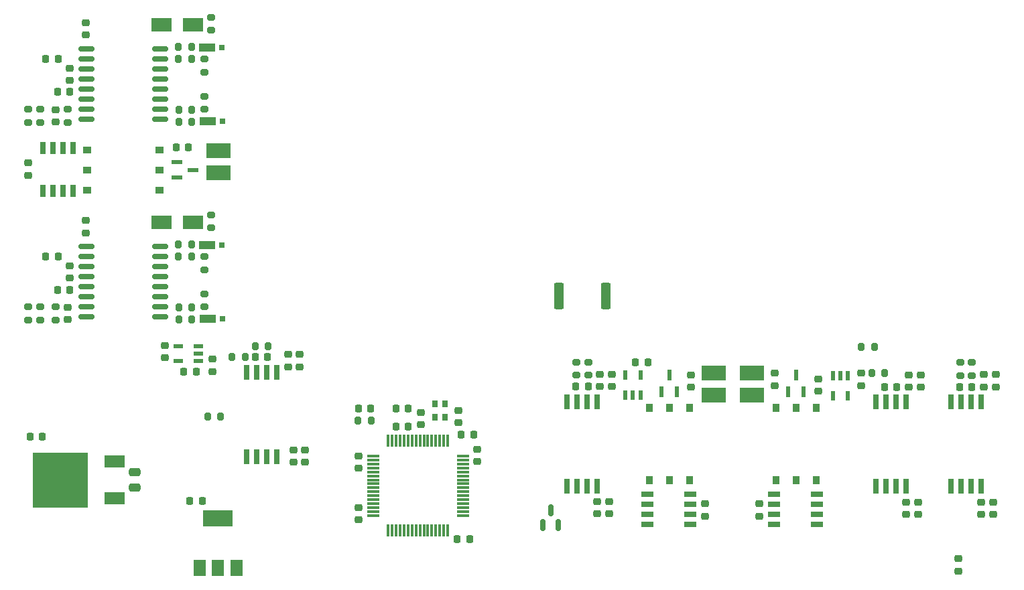
<source format=gbr>
%TF.GenerationSoftware,KiCad,Pcbnew,(6.0.9)*%
%TF.CreationDate,2023-03-15T23:45:40+00:00*%
%TF.ProjectId,GTI_V5,4754495f-5635-42e6-9b69-6361645f7063,rev?*%
%TF.SameCoordinates,Original*%
%TF.FileFunction,Paste,Top*%
%TF.FilePolarity,Positive*%
%FSLAX46Y46*%
G04 Gerber Fmt 4.6, Leading zero omitted, Abs format (unit mm)*
G04 Created by KiCad (PCBNEW (6.0.9)) date 2023-03-15 23:45:40*
%MOMM*%
%LPD*%
G01*
G04 APERTURE LIST*
G04 Aperture macros list*
%AMRoundRect*
0 Rectangle with rounded corners*
0 $1 Rounding radius*
0 $2 $3 $4 $5 $6 $7 $8 $9 X,Y pos of 4 corners*
0 Add a 4 corners polygon primitive as box body*
4,1,4,$2,$3,$4,$5,$6,$7,$8,$9,$2,$3,0*
0 Add four circle primitives for the rounded corners*
1,1,$1+$1,$2,$3*
1,1,$1+$1,$4,$5*
1,1,$1+$1,$6,$7*
1,1,$1+$1,$8,$9*
0 Add four rect primitives between the rounded corners*
20,1,$1+$1,$2,$3,$4,$5,0*
20,1,$1+$1,$4,$5,$6,$7,0*
20,1,$1+$1,$6,$7,$8,$9,0*
20,1,$1+$1,$8,$9,$2,$3,0*%
G04 Aperture macros list end*
%ADD10RoundRect,0.225000X-0.250000X0.225000X-0.250000X-0.225000X0.250000X-0.225000X0.250000X0.225000X0*%
%ADD11R,1.120000X0.960000*%
%ADD12R,0.600000X1.200000*%
%ADD13RoundRect,0.200000X-0.275000X0.200000X-0.275000X-0.200000X0.275000X-0.200000X0.275000X0.200000X0*%
%ADD14RoundRect,0.225000X0.250000X-0.225000X0.250000X0.225000X-0.250000X0.225000X-0.250000X-0.225000X0*%
%ADD15R,1.500000X2.000000*%
%ADD16R,3.800000X2.000000*%
%ADD17R,1.525000X0.650000*%
%ADD18RoundRect,0.225000X0.225000X0.250000X-0.225000X0.250000X-0.225000X-0.250000X0.225000X-0.250000X0*%
%ADD19RoundRect,0.225000X-0.225000X-0.250000X0.225000X-0.250000X0.225000X0.250000X-0.225000X0.250000X0*%
%ADD20RoundRect,0.200000X0.200000X0.275000X-0.200000X0.275000X-0.200000X-0.275000X0.200000X-0.275000X0*%
%ADD21R,0.960000X1.120000*%
%ADD22R,0.600000X1.350000*%
%ADD23R,2.500000X1.500000*%
%ADD24R,7.000000X7.000000*%
%ADD25R,3.100000X1.900000*%
%ADD26RoundRect,0.200000X0.275000X-0.200000X0.275000X0.200000X-0.275000X0.200000X-0.275000X-0.200000X0*%
%ADD27RoundRect,0.150000X-0.875000X-0.150000X0.875000X-0.150000X0.875000X0.150000X-0.875000X0.150000X0*%
%ADD28R,2.000000X1.100000*%
%ADD29R,0.800000X0.800000*%
%ADD30RoundRect,0.250000X-0.475000X0.250000X-0.475000X-0.250000X0.475000X-0.250000X0.475000X0.250000X0*%
%ADD31RoundRect,0.150000X0.150000X-0.587500X0.150000X0.587500X-0.150000X0.587500X-0.150000X-0.587500X0*%
%ADD32R,0.800000X0.900000*%
%ADD33R,0.650000X1.850000*%
%ADD34RoundRect,0.075000X-0.075000X0.700000X-0.075000X-0.700000X0.075000X-0.700000X0.075000X0.700000X0*%
%ADD35RoundRect,0.075000X-0.700000X0.075000X-0.700000X-0.075000X0.700000X-0.075000X0.700000X0.075000X0*%
%ADD36R,1.200000X0.600000*%
%ADD37R,1.350000X0.600000*%
%ADD38RoundRect,0.200000X-0.200000X-0.275000X0.200000X-0.275000X0.200000X0.275000X-0.200000X0.275000X0*%
%ADD39R,2.500000X1.800000*%
%ADD40RoundRect,0.218750X0.218750X0.256250X-0.218750X0.256250X-0.218750X-0.256250X0.218750X-0.256250X0*%
%ADD41RoundRect,0.250000X0.362500X1.425000X-0.362500X1.425000X-0.362500X-1.425000X0.362500X-1.425000X0*%
%ADD42R,0.650000X1.525000*%
G04 APERTURE END LIST*
D10*
%TO.C,C44*%
X74300000Y-97250000D03*
X74300000Y-98800000D03*
%TD*%
D11*
%TO.C,T1*%
X58430000Y-70760000D03*
X58430000Y-73300000D03*
X58430000Y-75840000D03*
X67570000Y-75840000D03*
X67570000Y-73300000D03*
X67570000Y-70760000D03*
%TD*%
D12*
%TO.C,PS3*%
X126450000Y-101750000D03*
X127400000Y-101750000D03*
X128350000Y-101750000D03*
X128350000Y-99250000D03*
X126450000Y-99250000D03*
%TD*%
D13*
%TO.C,R43*%
X73277500Y-89005000D03*
X73277500Y-90655000D03*
%TD*%
D10*
%TO.C,C45*%
X171400000Y-115325000D03*
X171400000Y-116875000D03*
%TD*%
D14*
%TO.C,C17*%
X105387500Y-105275000D03*
X105387500Y-103725000D03*
%TD*%
D15*
%TO.C,U4*%
X72700000Y-123650000D03*
D16*
X75000000Y-117350000D03*
D15*
X75000000Y-123650000D03*
X77300000Y-123650000D03*
%TD*%
D17*
%TO.C,IC7*%
X145249500Y-114345000D03*
X145249500Y-115615000D03*
X145249500Y-116885000D03*
X145249500Y-118155000D03*
X150673500Y-118155000D03*
X150673500Y-116885000D03*
X150673500Y-115615000D03*
X150673500Y-114345000D03*
%TD*%
D18*
%TO.C,C40*%
X160750000Y-100750000D03*
X159200000Y-100750000D03*
%TD*%
D19*
%TO.C,C4*%
X97475000Y-105750000D03*
X99025000Y-105750000D03*
%TD*%
D14*
%TO.C,C11*%
X54500000Y-67250000D03*
X54500000Y-65700000D03*
%TD*%
D20*
%TO.C,R29*%
X76775000Y-97000000D03*
X78425000Y-97000000D03*
%TD*%
D21*
%TO.C,T3*%
X129460000Y-112570000D03*
X132000000Y-112570000D03*
X134540000Y-112570000D03*
X134540000Y-103430000D03*
X132000000Y-103430000D03*
X129460000Y-103430000D03*
%TD*%
D22*
%TO.C,D3*%
X131050000Y-101350000D03*
X132950000Y-101350000D03*
X132000000Y-99250000D03*
%TD*%
D18*
%TO.C,C15*%
X54775000Y-59250000D03*
X53225000Y-59250000D03*
%TD*%
D12*
%TO.C,PS2*%
X154550000Y-99350000D03*
X153600000Y-99350000D03*
X152650000Y-99350000D03*
X152650000Y-101850000D03*
X154550000Y-101850000D03*
%TD*%
D23*
%TO.C,U3*%
X61925000Y-114800000D03*
D24*
X55075000Y-112500000D03*
D23*
X61925000Y-110200000D03*
%TD*%
D14*
%TO.C,C41*%
X162250000Y-100775000D03*
X162250000Y-99225000D03*
%TD*%
%TO.C,C13*%
X58250000Y-56275000D03*
X58250000Y-54725000D03*
%TD*%
D18*
%TO.C,C69*%
X106775000Y-120000000D03*
X105225000Y-120000000D03*
%TD*%
D14*
%TO.C,C42*%
X163750000Y-100775000D03*
X163750000Y-99225000D03*
%TD*%
D25*
%TO.C,C49*%
X142400000Y-99000000D03*
X142400000Y-101800000D03*
%TD*%
D17*
%TO.C,IC8*%
X129249500Y-114345000D03*
X129249500Y-115615000D03*
X129249500Y-116885000D03*
X129249500Y-118155000D03*
X134673500Y-118155000D03*
X134673500Y-116885000D03*
X134673500Y-115615000D03*
X134673500Y-114345000D03*
%TD*%
D10*
%TO.C,C39*%
X161900000Y-115325000D03*
X161900000Y-116875000D03*
%TD*%
D18*
%TO.C,C26*%
X56275000Y-88475000D03*
X54725000Y-88475000D03*
%TD*%
D14*
%TO.C,C14*%
X56250000Y-87000000D03*
X56250000Y-85450000D03*
%TD*%
D13*
%TO.C,R32*%
X73277500Y-64005000D03*
X73277500Y-65655000D03*
%TD*%
D14*
%TO.C,C63*%
X136500000Y-117075000D03*
X136500000Y-115525000D03*
%TD*%
D20*
%TO.C,R42*%
X71675000Y-90700000D03*
X70025000Y-90700000D03*
%TD*%
D26*
%TO.C,R21*%
X121750000Y-99263530D03*
X121750000Y-97613530D03*
%TD*%
D22*
%TO.C,D2*%
X147050000Y-101350000D03*
X148950000Y-101350000D03*
X148000000Y-99250000D03*
%TD*%
D19*
%TO.C,C37*%
X70675000Y-98800000D03*
X72225000Y-98800000D03*
%TD*%
D27*
%TO.C,U2*%
X58350000Y-58030000D03*
X58350000Y-59300000D03*
X58350000Y-60570000D03*
X58350000Y-61840000D03*
X58350000Y-63110000D03*
X58350000Y-64380000D03*
X58350000Y-65650000D03*
X58350000Y-66920000D03*
X67650000Y-66920000D03*
X67650000Y-65650000D03*
X67650000Y-64380000D03*
X67650000Y-63110000D03*
X67650000Y-61840000D03*
X67650000Y-60570000D03*
X67650000Y-59300000D03*
X67650000Y-58030000D03*
%TD*%
D26*
%TO.C,R22*%
X120250000Y-99263530D03*
X120250000Y-97613530D03*
%TD*%
D14*
%TO.C,C29*%
X58250000Y-81275000D03*
X58250000Y-79725000D03*
%TD*%
D26*
%TO.C,R13*%
X73277500Y-60955000D03*
X73277500Y-59305000D03*
%TD*%
%TO.C,R44*%
X54500000Y-92300000D03*
X54500000Y-90650000D03*
%TD*%
%TO.C,R18*%
X170250000Y-99325000D03*
X170250000Y-97675000D03*
%TD*%
D20*
%TO.C,R36*%
X71625000Y-84300000D03*
X69975000Y-84300000D03*
%TD*%
D14*
%TO.C,C53*%
X150800000Y-101275000D03*
X150800000Y-99725000D03*
%TD*%
D26*
%TO.C,R1*%
X74077500Y-55655000D03*
X74077500Y-54005000D03*
%TD*%
D27*
%TO.C,U5*%
X58350000Y-83030000D03*
X58350000Y-84300000D03*
X58350000Y-85570000D03*
X58350000Y-86840000D03*
X58350000Y-88110000D03*
X58350000Y-89380000D03*
X58350000Y-90650000D03*
X58350000Y-91920000D03*
X67650000Y-91920000D03*
X67650000Y-90650000D03*
X67650000Y-89380000D03*
X67650000Y-88110000D03*
X67650000Y-86840000D03*
X67650000Y-85570000D03*
X67650000Y-84300000D03*
X67650000Y-83030000D03*
%TD*%
D10*
%TO.C,C51*%
X145300000Y-99025000D03*
X145300000Y-100575000D03*
%TD*%
%TO.C,C56*%
X124400000Y-115225000D03*
X124400000Y-116775000D03*
%TD*%
D18*
%TO.C,C75*%
X72975000Y-115200000D03*
X71425000Y-115200000D03*
%TD*%
D26*
%TO.C,R39*%
X52500000Y-92300000D03*
X52500000Y-90650000D03*
%TD*%
%TO.C,R34*%
X74077500Y-79005000D03*
X74077500Y-80655000D03*
%TD*%
D14*
%TO.C,C48*%
X171750000Y-100750000D03*
X171750000Y-99200000D03*
%TD*%
%TO.C,C55*%
X124725000Y-100725000D03*
X124725000Y-99175000D03*
%TD*%
%TO.C,C71*%
X168500000Y-124025000D03*
X168500000Y-122475000D03*
%TD*%
%TO.C,C67*%
X83875000Y-98200000D03*
X83875000Y-96650000D03*
%TD*%
D21*
%TO.C,T2*%
X145460000Y-112570000D03*
X148000000Y-112570000D03*
X150540000Y-112570000D03*
X150540000Y-103430000D03*
X148000000Y-103430000D03*
X145460000Y-103430000D03*
%TD*%
D28*
%TO.C,D7*%
X73670000Y-67130000D03*
D29*
X75570000Y-67130000D03*
%TD*%
D30*
%TO.C,C73*%
X64500000Y-111550000D03*
X64500000Y-113450000D03*
%TD*%
D14*
%TO.C,C31*%
X56000000Y-92250000D03*
X56000000Y-90700000D03*
%TD*%
D26*
%TO.C,R38*%
X51000000Y-92300000D03*
X51000000Y-90650000D03*
%TD*%
D14*
%TO.C,C43*%
X51000000Y-73998500D03*
X51000000Y-72448500D03*
%TD*%
%TO.C,C65*%
X84500000Y-108725000D03*
X84500000Y-110275000D03*
%TD*%
D31*
%TO.C,Q2*%
X116050000Y-118187500D03*
X117950000Y-118187500D03*
X117000000Y-116312500D03*
%TD*%
D28*
%TO.C,D5*%
X73600000Y-57830000D03*
D29*
X75500000Y-57830000D03*
%TD*%
D18*
%TO.C,C12*%
X56275000Y-63475000D03*
X54725000Y-63475000D03*
%TD*%
D28*
%TO.C,D11*%
X73670000Y-92130000D03*
D29*
X75570000Y-92130000D03*
%TD*%
D19*
%TO.C,C74*%
X51225000Y-107000000D03*
X52775000Y-107000000D03*
%TD*%
D26*
%TO.C,R3*%
X52500000Y-67300000D03*
X52500000Y-65650000D03*
%TD*%
D20*
%TO.C,R30*%
X94325000Y-105000000D03*
X92675000Y-105000000D03*
%TD*%
D14*
%TO.C,C3*%
X92750000Y-111025000D03*
X92750000Y-109475000D03*
%TD*%
D32*
%TO.C,Y1*%
X102375000Y-102925000D03*
X102375000Y-104575000D03*
X103625000Y-104575000D03*
X103625000Y-102925000D03*
%TD*%
D18*
%TO.C,C35*%
X69725000Y-70500000D03*
X71275000Y-70500000D03*
%TD*%
D33*
%TO.C,IC9*%
X82405000Y-98925000D03*
X81135000Y-98925000D03*
X79865000Y-98925000D03*
X78595000Y-98925000D03*
X78595000Y-109575000D03*
X79865000Y-109575000D03*
X81135000Y-109575000D03*
X82405000Y-109575000D03*
%TD*%
D14*
%TO.C,C54*%
X156200000Y-100575000D03*
X156200000Y-99025000D03*
%TD*%
D20*
%TO.C,R40*%
X75325000Y-104500000D03*
X73675000Y-104500000D03*
%TD*%
D19*
%TO.C,C61*%
X127725000Y-97600000D03*
X129275000Y-97600000D03*
%TD*%
D10*
%TO.C,C38*%
X163400000Y-115325000D03*
X163400000Y-116875000D03*
%TD*%
D20*
%TO.C,R11*%
X71625000Y-59300000D03*
X69975000Y-59300000D03*
%TD*%
%TO.C,R31*%
X71675000Y-65700000D03*
X70025000Y-65700000D03*
%TD*%
D14*
%TO.C,C60*%
X123250000Y-100725000D03*
X123250000Y-99175000D03*
%TD*%
D10*
%TO.C,C70*%
X107750000Y-108625000D03*
X107750000Y-110175000D03*
%TD*%
D34*
%TO.C,U1*%
X104000000Y-107575000D03*
X103500000Y-107575000D03*
X103000000Y-107575000D03*
X102500000Y-107575000D03*
X102000000Y-107575000D03*
X101500000Y-107575000D03*
X101000000Y-107575000D03*
X100500000Y-107575000D03*
X100000000Y-107575000D03*
X99500000Y-107575000D03*
X99000000Y-107575000D03*
X98500000Y-107575000D03*
X98000000Y-107575000D03*
X97500000Y-107575000D03*
X97000000Y-107575000D03*
X96500000Y-107575000D03*
D35*
X94575000Y-109500000D03*
X94575000Y-110000000D03*
X94575000Y-110500000D03*
X94575000Y-111000000D03*
X94575000Y-111500000D03*
X94575000Y-112000000D03*
X94575000Y-112500000D03*
X94575000Y-113000000D03*
X94575000Y-113500000D03*
X94575000Y-114000000D03*
X94575000Y-114500000D03*
X94575000Y-115000000D03*
X94575000Y-115500000D03*
X94575000Y-116000000D03*
X94575000Y-116500000D03*
X94575000Y-117000000D03*
D34*
X96500000Y-118925000D03*
X97000000Y-118925000D03*
X97500000Y-118925000D03*
X98000000Y-118925000D03*
X98500000Y-118925000D03*
X99000000Y-118925000D03*
X99500000Y-118925000D03*
X100000000Y-118925000D03*
X100500000Y-118925000D03*
X101000000Y-118925000D03*
X101500000Y-118925000D03*
X102000000Y-118925000D03*
X102500000Y-118925000D03*
X103000000Y-118925000D03*
X103500000Y-118925000D03*
X104000000Y-118925000D03*
D35*
X105925000Y-117000000D03*
X105925000Y-116500000D03*
X105925000Y-116000000D03*
X105925000Y-115500000D03*
X105925000Y-115000000D03*
X105925000Y-114500000D03*
X105925000Y-114000000D03*
X105925000Y-113500000D03*
X105925000Y-113000000D03*
X105925000Y-112500000D03*
X105925000Y-112000000D03*
X105925000Y-111500000D03*
X105925000Y-111000000D03*
X105925000Y-110500000D03*
X105925000Y-110000000D03*
X105925000Y-109500000D03*
%TD*%
D10*
%TO.C,C59*%
X172900000Y-115325000D03*
X172900000Y-116875000D03*
%TD*%
D18*
%TO.C,C10*%
X99025000Y-103500000D03*
X97475000Y-103500000D03*
%TD*%
D26*
%TO.C,R19*%
X168750000Y-99325000D03*
X168750000Y-97675000D03*
%TD*%
D10*
%TO.C,C52*%
X134750000Y-99250000D03*
X134750000Y-100800000D03*
%TD*%
D36*
%TO.C,PS1*%
X72500000Y-97500000D03*
X72500000Y-96550000D03*
X72500000Y-95600000D03*
X70000000Y-95600000D03*
X70000000Y-97500000D03*
%TD*%
D26*
%TO.C,R2*%
X51000000Y-67300000D03*
X51000000Y-65650000D03*
%TD*%
D37*
%TO.C,D1*%
X69762500Y-72350000D03*
X69762500Y-74250000D03*
X71862500Y-73300000D03*
%TD*%
D33*
%TO.C,IC5*%
X171405000Y-102675000D03*
X170135000Y-102675000D03*
X168865000Y-102675000D03*
X167595000Y-102675000D03*
X167595000Y-113325000D03*
X168865000Y-113325000D03*
X170135000Y-113325000D03*
X171405000Y-113325000D03*
%TD*%
D14*
%TO.C,C68*%
X85325000Y-98200000D03*
X85325000Y-96650000D03*
%TD*%
%TO.C,C47*%
X173250000Y-100750000D03*
X173250000Y-99200000D03*
%TD*%
D38*
%TO.C,R35*%
X71625000Y-82750000D03*
X69975000Y-82750000D03*
%TD*%
D39*
%TO.C,D8*%
X67827500Y-54975000D03*
X71827500Y-54975000D03*
%TD*%
D33*
%TO.C,IC6*%
X122905000Y-102675000D03*
X121635000Y-102675000D03*
X120365000Y-102675000D03*
X119095000Y-102675000D03*
X119095000Y-113325000D03*
X120365000Y-113325000D03*
X121635000Y-113325000D03*
X122905000Y-113325000D03*
%TD*%
D20*
%TO.C,R20*%
X157575000Y-99000000D03*
X159225000Y-99000000D03*
%TD*%
D38*
%TO.C,R15*%
X70025000Y-67250000D03*
X71675000Y-67250000D03*
%TD*%
D14*
%TO.C,C16*%
X100637500Y-105525000D03*
X100637500Y-103975000D03*
%TD*%
D18*
%TO.C,C30*%
X54775000Y-84250000D03*
X53225000Y-84250000D03*
%TD*%
D40*
%TO.C,D4*%
X94277500Y-103500000D03*
X92702500Y-103500000D03*
%TD*%
D18*
%TO.C,C46*%
X170250000Y-100750000D03*
X168700000Y-100750000D03*
%TD*%
D38*
%TO.C,R41*%
X70025000Y-92250000D03*
X71675000Y-92250000D03*
%TD*%
D41*
%TO.C,R10*%
X123962500Y-89250000D03*
X118037500Y-89250000D03*
%TD*%
D10*
%TO.C,C57*%
X122900000Y-115225000D03*
X122900000Y-116775000D03*
%TD*%
D20*
%TO.C,R27*%
X81325000Y-95600000D03*
X79675000Y-95600000D03*
%TD*%
D14*
%TO.C,C1*%
X92750000Y-117525000D03*
X92750000Y-115975000D03*
%TD*%
D10*
%TO.C,C36*%
X68250000Y-95525000D03*
X68250000Y-97075000D03*
%TD*%
D25*
%TO.C,C34*%
X75036000Y-70850000D03*
X75036000Y-73650000D03*
%TD*%
D14*
%TO.C,C62*%
X143400000Y-117075000D03*
X143400000Y-115525000D03*
%TD*%
D28*
%TO.C,D10*%
X73600000Y-82830000D03*
D29*
X75500000Y-82830000D03*
%TD*%
D19*
%TO.C,C2*%
X105725000Y-106750000D03*
X107275000Y-106750000D03*
%TD*%
D42*
%TO.C,IC3*%
X56655000Y-70549500D03*
X55385000Y-70549500D03*
X54115000Y-70549500D03*
X52845000Y-70549500D03*
X52845000Y-75973500D03*
X54115000Y-75973500D03*
X55385000Y-75973500D03*
X56655000Y-75973500D03*
%TD*%
D18*
%TO.C,C58*%
X121750000Y-100700000D03*
X120200000Y-100700000D03*
%TD*%
D26*
%TO.C,R33*%
X56000000Y-67300000D03*
X56000000Y-65650000D03*
%TD*%
D38*
%TO.C,R6*%
X69975000Y-57750000D03*
X71625000Y-57750000D03*
%TD*%
D33*
%TO.C,IC4*%
X161905000Y-102675000D03*
X160635000Y-102675000D03*
X159365000Y-102675000D03*
X158095000Y-102675000D03*
X158095000Y-113325000D03*
X159365000Y-113325000D03*
X160635000Y-113325000D03*
X161905000Y-113325000D03*
%TD*%
D14*
%TO.C,C18*%
X56250000Y-62000000D03*
X56250000Y-60450000D03*
%TD*%
D26*
%TO.C,R37*%
X73277500Y-85955000D03*
X73277500Y-84305000D03*
%TD*%
D14*
%TO.C,C64*%
X86000000Y-110275000D03*
X86000000Y-108725000D03*
%TD*%
D25*
%TO.C,C50*%
X137600000Y-101800000D03*
X137600000Y-99000000D03*
%TD*%
D18*
%TO.C,C66*%
X81250000Y-97000000D03*
X79700000Y-97000000D03*
%TD*%
D39*
%TO.C,D9*%
X67827500Y-79975000D03*
X71827500Y-79975000D03*
%TD*%
D20*
%TO.C,R12*%
X156275000Y-95700000D03*
X157925000Y-95700000D03*
%TD*%
M02*

</source>
